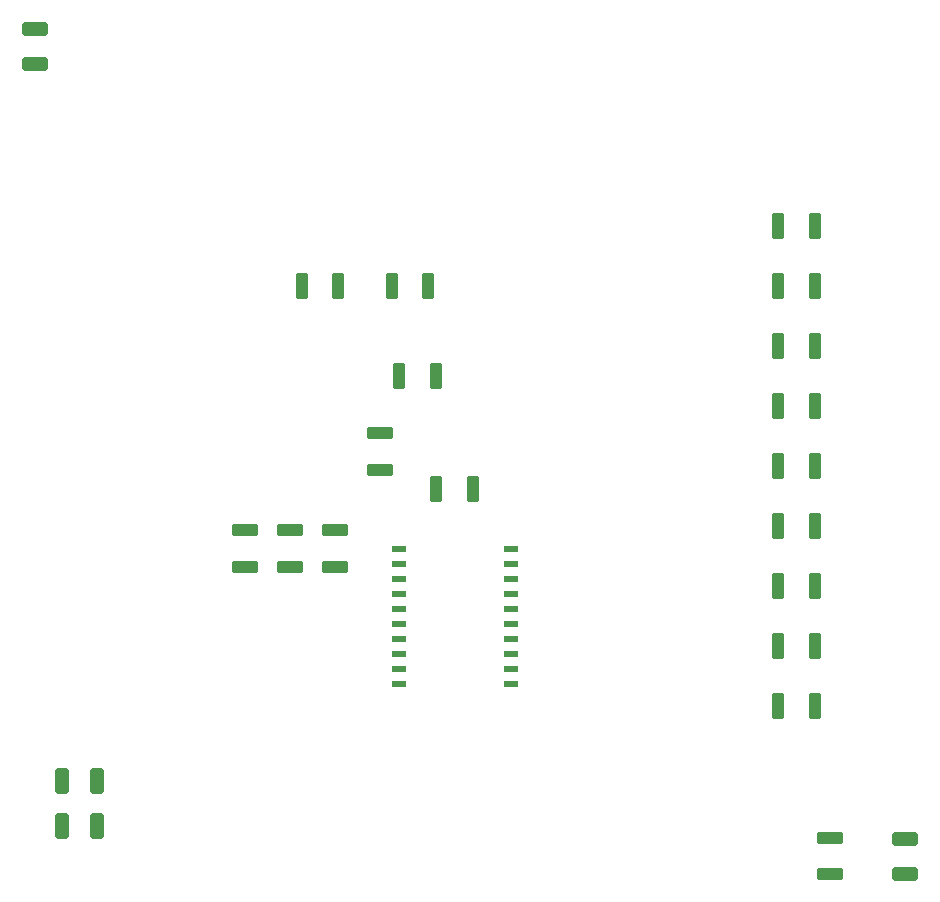
<source format=gtp>
G04 #@! TF.GenerationSoftware,KiCad,Pcbnew,7.0.3-24-g09febce4ce*
G04 #@! TF.CreationDate,2023-05-23T12:12:19+02:00*
G04 #@! TF.ProjectId,CANduino128,43414e64-7569-46e6-9f31-32382e6b6963,rev?*
G04 #@! TF.SameCoordinates,Original*
G04 #@! TF.FileFunction,Paste,Top*
G04 #@! TF.FilePolarity,Positive*
%FSLAX46Y46*%
G04 Gerber Fmt 4.6, Leading zero omitted, Abs format (unit mm)*
G04 Created by KiCad (PCBNEW 7.0.3-24-g09febce4ce) date 2023-05-23 12:12:19*
%MOMM*%
%LPD*%
G01*
G04 APERTURE LIST*
G04 Aperture macros list*
%AMRoundRect*
0 Rectangle with rounded corners*
0 $1 Rounding radius*
0 $2 $3 $4 $5 $6 $7 $8 $9 X,Y pos of 4 corners*
0 Add a 4 corners polygon primitive as box body*
4,1,4,$2,$3,$4,$5,$6,$7,$8,$9,$2,$3,0*
0 Add four circle primitives for the rounded corners*
1,1,$1+$1,$2,$3*
1,1,$1+$1,$4,$5*
1,1,$1+$1,$6,$7*
1,1,$1+$1,$8,$9*
0 Add four rect primitives between the rounded corners*
20,1,$1+$1,$2,$3,$4,$5,0*
20,1,$1+$1,$4,$5,$6,$7,0*
20,1,$1+$1,$6,$7,$8,$9,0*
20,1,$1+$1,$8,$9,$2,$3,0*%
G04 Aperture macros list end*
%ADD10RoundRect,0.117500X0.412500X0.962500X-0.412500X0.962500X-0.412500X-0.962500X0.412500X-0.962500X0*%
%ADD11RoundRect,0.107501X-0.462499X-0.952499X0.462499X-0.952499X0.462499X0.952499X-0.462499X0.952499X0*%
%ADD12RoundRect,0.120000X-0.940000X0.400000X-0.940000X-0.400000X0.940000X-0.400000X0.940000X0.400000X0*%
%ADD13RoundRect,0.117500X-0.412500X-0.962500X0.412500X-0.962500X0.412500X0.962500X-0.412500X0.962500X0*%
%ADD14RoundRect,0.117500X0.962500X-0.412500X0.962500X0.412500X-0.962500X0.412500X-0.962500X-0.412500X0*%
%ADD15RoundRect,0.120000X-0.400000X-0.940000X0.400000X-0.940000X0.400000X0.940000X-0.400000X0.940000X0*%
%ADD16RoundRect,0.107501X0.952499X-0.462499X0.952499X0.462499X-0.952499X0.462499X-0.952499X-0.462499X0*%
%ADD17RoundRect,0.120000X0.940000X-0.400000X0.940000X0.400000X-0.940000X0.400000X-0.940000X-0.400000X0*%
%ADD18R,1.200000X0.480000*%
G04 APERTURE END LIST*
D10*
X180352500Y-93980000D03*
X177227500Y-93980000D03*
D11*
X116622500Y-119380000D03*
X119597500Y-119380000D03*
D12*
X135890000Y-94335000D03*
X135890000Y-97435000D03*
D13*
X177227500Y-68580000D03*
X180352500Y-68580000D03*
D10*
X180352500Y-99060000D03*
X177227500Y-99060000D03*
D14*
X143510000Y-89192500D03*
X143510000Y-86067500D03*
D10*
X180352500Y-78740000D03*
X177227500Y-78740000D03*
D15*
X145135000Y-81280000D03*
X148235000Y-81280000D03*
D16*
X114300000Y-54827500D03*
X114300000Y-51852500D03*
D10*
X180352500Y-88900000D03*
X177227500Y-88900000D03*
D17*
X181610000Y-123470000D03*
X181610000Y-120370000D03*
D15*
X144500000Y-73660000D03*
X147600000Y-73660000D03*
D10*
X180352500Y-83820000D03*
X177227500Y-83820000D03*
X180352500Y-109220000D03*
X177227500Y-109220000D03*
D15*
X136880000Y-73660000D03*
X139980000Y-73660000D03*
D10*
X180352500Y-73660000D03*
X177227500Y-73660000D03*
D17*
X132080000Y-97435000D03*
X132080000Y-94335000D03*
D10*
X180352500Y-104140000D03*
X177227500Y-104140000D03*
D13*
X148297500Y-90805000D03*
X151422500Y-90805000D03*
D12*
X139700000Y-94335000D03*
X139700000Y-97435000D03*
D16*
X187960000Y-123407500D03*
X187960000Y-120432500D03*
D11*
X116622500Y-115570000D03*
X119597500Y-115570000D03*
D18*
X145110000Y-95885000D03*
X145110000Y-97155000D03*
X145110000Y-98425000D03*
X145110000Y-99695000D03*
X145110000Y-100965000D03*
X145110000Y-102235000D03*
X145110000Y-103505000D03*
X145110000Y-104775000D03*
X145110000Y-106045000D03*
X145110000Y-107315000D03*
X154610000Y-107315000D03*
X154610000Y-106045000D03*
X154610000Y-104775000D03*
X154610000Y-103505000D03*
X154610000Y-102235000D03*
X154610000Y-100965000D03*
X154610000Y-99695000D03*
X154610000Y-98425000D03*
X154610000Y-97155000D03*
X154610000Y-95885000D03*
M02*

</source>
